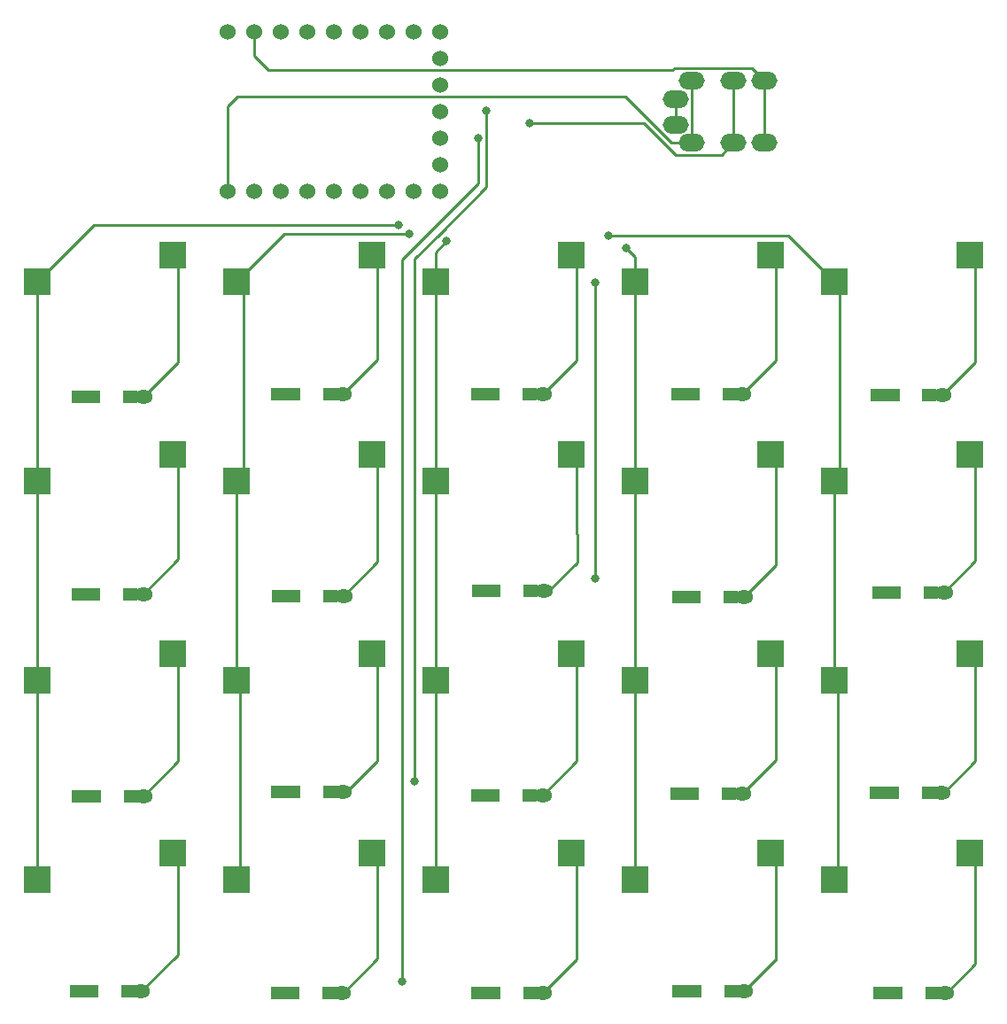
<source format=gbr>
%TF.GenerationSoftware,KiCad,Pcbnew,7.0.1-0*%
%TF.CreationDate,2023-09-06T07:02:58+09:00*%
%TF.ProjectId,jisaku20rp_right,6a697361-6b75-4323-9072-705f72696768,rev?*%
%TF.SameCoordinates,Original*%
%TF.FileFunction,Copper,L2,Bot*%
%TF.FilePolarity,Positive*%
%FSLAX46Y46*%
G04 Gerber Fmt 4.6, Leading zero omitted, Abs format (unit mm)*
G04 Created by KiCad (PCBNEW 7.0.1-0) date 2023-09-06 07:02:58*
%MOMM*%
%LPD*%
G01*
G04 APERTURE LIST*
%TA.AperFunction,ComponentPad*%
%ADD10O,2.500000X1.700000*%
%TD*%
%TA.AperFunction,SMDPad,CuDef*%
%ADD11R,2.550000X2.500000*%
%TD*%
%TA.AperFunction,ComponentPad*%
%ADD12C,1.524000*%
%TD*%
%TA.AperFunction,ComponentPad*%
%ADD13R,1.778000X1.300000*%
%TD*%
%TA.AperFunction,SMDPad,CuDef*%
%ADD14R,1.400000X1.300000*%
%TD*%
%TA.AperFunction,ComponentPad*%
%ADD15O,1.778000X1.300000*%
%TD*%
%TA.AperFunction,ViaPad*%
%ADD16C,0.800000*%
%TD*%
%TA.AperFunction,Conductor*%
%ADD17C,0.250000*%
%TD*%
G04 APERTURE END LIST*
D10*
%TO.P,J1,A*%
%TO.N,unconnected-(J1-PadA)*%
X53940000Y19990000D03*
X53940000Y17540000D03*
%TO.P,J1,B*%
%TO.N,data*%
X62440000Y21740000D03*
X62440000Y15790000D03*
%TO.P,J1,C*%
%TO.N,GND*%
X59440000Y21740000D03*
X59440000Y15790000D03*
%TO.P,J1,D*%
%TO.N,VCC*%
X55440000Y21740000D03*
X55440000Y15790000D03*
%TD*%
D11*
%TO.P,SW15,1,1*%
%TO.N,col4*%
X69115000Y-35560000D03*
%TO.P,SW15,2,2*%
%TO.N,Net-(D15-A)*%
X82042000Y-33020000D03*
%TD*%
%TO.P,SW1,1,1*%
%TO.N,col0*%
X-7085000Y2540000D03*
%TO.P,SW1,2,2*%
%TO.N,Net-(D1-A)*%
X5842000Y5080000D03*
%TD*%
%TO.P,SW14,1,1*%
%TO.N,col3*%
X50065000Y-35560000D03*
%TO.P,SW14,2,2*%
%TO.N,Net-(D14-A)*%
X62992000Y-33020000D03*
%TD*%
%TO.P,SW2,1,1*%
%TO.N,col1*%
X11965000Y2540000D03*
%TO.P,SW2,2,2*%
%TO.N,Net-(D2-A)*%
X24892000Y5080000D03*
%TD*%
%TO.P,SW17,1,1*%
%TO.N,col1*%
X11965000Y-54610000D03*
%TO.P,SW17,2,2*%
%TO.N,Net-(D17-A)*%
X24892000Y-52070000D03*
%TD*%
D12*
%TO.P,U2,0,GP0*%
%TO.N,unconnected-(U2-GP0-Pad0)*%
X11110000Y26410000D03*
%TO.P,U2,1,GP1*%
%TO.N,data*%
X13650000Y26410000D03*
%TO.P,U2,2,GP2*%
%TO.N,unconnected-(U2-GP2-Pad2)*%
X16190000Y26410000D03*
%TO.P,U2,3,GP3*%
%TO.N,unconnected-(U2-GP3-Pad3)*%
X18730000Y26410000D03*
%TO.P,U2,4,GP4*%
%TO.N,unconnected-(U2-GP4-Pad4)*%
X21270000Y26410000D03*
%TO.P,U2,5,GP5*%
%TO.N,unconnected-(U2-GP5-Pad5)*%
X23810000Y26410000D03*
%TO.P,U2,6,GP6*%
%TO.N,unconnected-(U2-GP6-Pad6)*%
X26350000Y26410000D03*
%TO.P,U2,7,GP7*%
%TO.N,col4*%
X28890000Y26410000D03*
%TO.P,U2,8,GP8*%
%TO.N,col3*%
X31430000Y26410000D03*
%TO.P,U2,9,GP9*%
%TO.N,row0*%
X31430000Y23870000D03*
%TO.P,U2,10,GP10*%
%TO.N,row1*%
X31430000Y21330000D03*
%TO.P,U2,11,GP11*%
%TO.N,row2*%
X31430000Y18790000D03*
%TO.P,U2,12,GP12*%
%TO.N,row3*%
X31430000Y16250000D03*
%TO.P,U2,13,GP13*%
%TO.N,col2*%
X31430000Y13710000D03*
%TO.P,U2,14,GP14*%
%TO.N,col1*%
X31430000Y11170000D03*
%TO.P,U2,15,GP15*%
%TO.N,col0*%
X28890000Y11170000D03*
%TO.P,U2,26,GP26*%
%TO.N,unconnected-(U2-GP26-Pad26)*%
X26350000Y11170000D03*
%TO.P,U2,27,GP27*%
%TO.N,unconnected-(U2-GP27-Pad27)*%
X23810000Y11170000D03*
%TO.P,U2,28,GP28*%
%TO.N,unconnected-(U2-GP28-Pad28)*%
X21270000Y11170000D03*
%TO.P,U2,29,GP29*%
%TO.N,unconnected-(U2-GP29-Pad29)*%
X18730000Y11170000D03*
%TO.P,U2,30,3V3*%
%TO.N,unconnected-(U2-3V3-Pad30)*%
X16190000Y11170000D03*
%TO.P,U2,31,GND*%
%TO.N,GND*%
X13650000Y11170000D03*
%TO.P,U2,32,5V*%
%TO.N,VCC*%
X11110000Y11170000D03*
%TD*%
D11*
%TO.P,SW5,1,1*%
%TO.N,col4*%
X69115000Y2540000D03*
%TO.P,SW5,2,2*%
%TO.N,Net-(D5-A)*%
X82042000Y5080000D03*
%TD*%
%TO.P,SW7,1,1*%
%TO.N,col1*%
X11965000Y-16510000D03*
%TO.P,SW7,2,2*%
%TO.N,Net-(D7-A)*%
X24892000Y-13970000D03*
%TD*%
%TO.P,SW20,1,1*%
%TO.N,col4*%
X69115000Y-54610000D03*
%TO.P,SW20,2,2*%
%TO.N,Net-(D20-A)*%
X82042000Y-52070000D03*
%TD*%
%TO.P,SW8,1,1*%
%TO.N,col2*%
X31015000Y-16510000D03*
%TO.P,SW8,2,2*%
%TO.N,Net-(D8-A)*%
X43942000Y-13970000D03*
%TD*%
%TO.P,SW10,1,1*%
%TO.N,col4*%
X69115000Y-16510000D03*
%TO.P,SW10,2,2*%
%TO.N,Net-(D10-A)*%
X82042000Y-13970000D03*
%TD*%
%TO.P,SW3,1,1*%
%TO.N,col2*%
X31015000Y2540000D03*
%TO.P,SW3,2,2*%
%TO.N,Net-(D3-A)*%
X43942000Y5080000D03*
%TD*%
%TO.P,SW16,1,1*%
%TO.N,col0*%
X-7085000Y-54610000D03*
%TO.P,SW16,2,2*%
%TO.N,Net-(D16-A)*%
X5842000Y-52070000D03*
%TD*%
%TO.P,SW18,1,1*%
%TO.N,col2*%
X31015000Y-54610000D03*
%TO.P,SW18,2,2*%
%TO.N,Net-(D18-A)*%
X43942000Y-52070000D03*
%TD*%
%TO.P,SW12,1,1*%
%TO.N,col1*%
X11965000Y-35560000D03*
%TO.P,SW12,2,2*%
%TO.N,Net-(D12-A)*%
X24892000Y-33020000D03*
%TD*%
%TO.P,SW9,1,1*%
%TO.N,col3*%
X50065000Y-16510000D03*
%TO.P,SW9,2,2*%
%TO.N,Net-(D9-A)*%
X62992000Y-13970000D03*
%TD*%
%TO.P,SW11,1,1*%
%TO.N,col0*%
X-7085000Y-35560000D03*
%TO.P,SW11,2,2*%
%TO.N,Net-(D11-A)*%
X5842000Y-33020000D03*
%TD*%
%TO.P,SW6,1,1*%
%TO.N,col0*%
X-7085000Y-16510000D03*
%TO.P,SW6,2,2*%
%TO.N,Net-(D6-A)*%
X5842000Y-13970000D03*
%TD*%
%TO.P,SW4,1,1*%
%TO.N,col3*%
X50065000Y2540000D03*
%TO.P,SW4,2,2*%
%TO.N,Net-(D4-A)*%
X62992000Y5080000D03*
%TD*%
%TO.P,SW13,1,1*%
%TO.N,col2*%
X31015000Y-35560000D03*
%TO.P,SW13,2,2*%
%TO.N,Net-(D13-A)*%
X43942000Y-33020000D03*
%TD*%
%TO.P,SW19,1,1*%
%TO.N,col3*%
X50065000Y-54610000D03*
%TO.P,SW19,2,2*%
%TO.N,Net-(D19-A)*%
X62992000Y-52070000D03*
%TD*%
D13*
%TO.P,D15,1,K*%
%TO.N,row2*%
X73360000Y-46332500D03*
D14*
X74585000Y-46332500D03*
%TO.P,D15,2,A*%
%TO.N,Net-(D15-A)*%
X78135000Y-46332500D03*
D15*
X79360000Y-46332500D03*
%TD*%
D13*
%TO.P,D11,1,K*%
%TO.N,row2*%
X-2930000Y-46640000D03*
D14*
X-1705000Y-46640000D03*
%TO.P,D11,2,A*%
%TO.N,Net-(D11-A)*%
X1845000Y-46640000D03*
D15*
X3070000Y-46640000D03*
%TD*%
D13*
%TO.P,D4,1,K*%
%TO.N,row0*%
X54330000Y-8240000D03*
D14*
X55555000Y-8240000D03*
%TO.P,D4,2,A*%
%TO.N,Net-(D4-A)*%
X59105000Y-8240000D03*
D15*
X60330000Y-8240000D03*
%TD*%
D13*
%TO.P,D6,1,K*%
%TO.N,row1*%
X-2950000Y-27340000D03*
D14*
X-1725000Y-27340000D03*
%TO.P,D6,2,A*%
%TO.N,Net-(D6-A)*%
X1825000Y-27340000D03*
D15*
X3050000Y-27340000D03*
%TD*%
D13*
%TO.P,D9,1,K*%
%TO.N,row1*%
X54440000Y-27630000D03*
D14*
X55665000Y-27630000D03*
%TO.P,D9,2,A*%
%TO.N,Net-(D9-A)*%
X59215000Y-27630000D03*
D15*
X60440000Y-27630000D03*
%TD*%
D13*
%TO.P,D8,1,K*%
%TO.N,row1*%
X35310000Y-27050000D03*
D14*
X36535000Y-27050000D03*
%TO.P,D8,2,A*%
%TO.N,Net-(D8-A)*%
X40085000Y-27050000D03*
D15*
X41310000Y-27050000D03*
%TD*%
D13*
%TO.P,D20,1,K*%
%TO.N,row3*%
X73695000Y-65430000D03*
D14*
X74920000Y-65430000D03*
%TO.P,D20,2,A*%
%TO.N,Net-(D20-A)*%
X78470000Y-65430000D03*
D15*
X79695000Y-65430000D03*
%TD*%
D13*
%TO.P,D17,1,K*%
%TO.N,row3*%
X16061250Y-65430000D03*
D14*
X17286250Y-65430000D03*
%TO.P,D17,2,A*%
%TO.N,Net-(D17-A)*%
X20836250Y-65430000D03*
D15*
X22061250Y-65430000D03*
%TD*%
D13*
%TO.P,D12,1,K*%
%TO.N,row2*%
X16142500Y-46230000D03*
D14*
X17367500Y-46230000D03*
%TO.P,D12,2,A*%
%TO.N,Net-(D12-A)*%
X20917500Y-46230000D03*
D15*
X22142500Y-46230000D03*
%TD*%
D13*
%TO.P,D10,1,K*%
%TO.N,row1*%
X73570000Y-27195000D03*
D14*
X74795000Y-27195000D03*
%TO.P,D10,2,A*%
%TO.N,Net-(D10-A)*%
X78345000Y-27195000D03*
D15*
X79570000Y-27195000D03*
%TD*%
D13*
%TO.P,D5,1,K*%
%TO.N,row0*%
X73430000Y-8300000D03*
D14*
X74655000Y-8300000D03*
%TO.P,D5,2,A*%
%TO.N,Net-(D5-A)*%
X78205000Y-8300000D03*
D15*
X79430000Y-8300000D03*
%TD*%
D13*
%TO.P,D13,1,K*%
%TO.N,row2*%
X35215000Y-46537500D03*
D14*
X36440000Y-46537500D03*
%TO.P,D13,2,A*%
%TO.N,Net-(D13-A)*%
X39990000Y-46537500D03*
D15*
X41215000Y-46537500D03*
%TD*%
D13*
%TO.P,D1,1,K*%
%TO.N,row0*%
X-2970000Y-8510000D03*
D14*
X-1745000Y-8510000D03*
%TO.P,D1,2,A*%
%TO.N,Net-(D1-A)*%
X1805000Y-8510000D03*
D15*
X3030000Y-8510000D03*
%TD*%
D13*
%TO.P,D14,1,K*%
%TO.N,row2*%
X54287500Y-46435000D03*
D14*
X55512500Y-46435000D03*
%TO.P,D14,2,A*%
%TO.N,Net-(D14-A)*%
X59062500Y-46435000D03*
D15*
X60287500Y-46435000D03*
%TD*%
D13*
%TO.P,D7,1,K*%
%TO.N,row1*%
X16180000Y-27485000D03*
D14*
X17405000Y-27485000D03*
%TO.P,D7,2,A*%
%TO.N,Net-(D7-A)*%
X20955000Y-27485000D03*
D15*
X22180000Y-27485000D03*
%TD*%
D13*
%TO.P,D3,1,K*%
%TO.N,row0*%
X35230000Y-8240000D03*
D14*
X36455000Y-8240000D03*
%TO.P,D3,2,A*%
%TO.N,Net-(D3-A)*%
X40005000Y-8240000D03*
D15*
X41230000Y-8240000D03*
%TD*%
D13*
%TO.P,D19,1,K*%
%TO.N,row3*%
X54483750Y-65300000D03*
D14*
X55708750Y-65300000D03*
%TO.P,D19,2,A*%
%TO.N,Net-(D19-A)*%
X59258750Y-65300000D03*
D15*
X60483750Y-65300000D03*
%TD*%
D13*
%TO.P,D18,1,K*%
%TO.N,row3*%
X35272500Y-65430000D03*
D14*
X36497500Y-65430000D03*
%TO.P,D18,2,A*%
%TO.N,Net-(D18-A)*%
X40047500Y-65430000D03*
D15*
X41272500Y-65430000D03*
%TD*%
D13*
%TO.P,D16,1,K*%
%TO.N,row3*%
X-3150000Y-65300000D03*
D14*
X-1925000Y-65300000D03*
%TO.P,D16,2,A*%
%TO.N,Net-(D16-A)*%
X1625000Y-65300000D03*
D15*
X2850000Y-65300000D03*
%TD*%
D13*
%TO.P,D2,1,K*%
%TO.N,row0*%
X16130000Y-8240000D03*
D14*
X17355000Y-8240000D03*
%TO.P,D2,2,A*%
%TO.N,Net-(D2-A)*%
X20905000Y-8240000D03*
D15*
X22130000Y-8240000D03*
%TD*%
D16*
%TO.N,row1*%
X46220000Y2490000D03*
X46220000Y-25840000D03*
%TO.N,row2*%
X28980000Y-45255000D03*
X35860000Y18850000D03*
%TO.N,row3*%
X27810000Y-64320000D03*
X35080000Y16280000D03*
%TO.N,col0*%
X27460000Y7960000D03*
%TO.N,col1*%
X28480000Y7140000D03*
%TO.N,col2*%
X32050000Y6410000D03*
%TO.N,col3*%
X49220000Y5790000D03*
%TO.N,col4*%
X47520000Y6950000D03*
%TO.N,GND*%
X39970000Y17700000D03*
%TD*%
D17*
%TO.N,Net-(D1-A)*%
X5842000Y5080000D02*
X6405000Y4517000D01*
X6405000Y4517000D02*
X6405000Y-5135000D01*
X6405000Y-5135000D02*
X3030000Y-8510000D01*
%TO.N,Net-(D2-A)*%
X25455000Y-4915000D02*
X22130000Y-8240000D01*
X24892000Y5080000D02*
X25455000Y4517000D01*
X25455000Y4517000D02*
X25455000Y-4915000D01*
%TO.N,Net-(D3-A)*%
X43942000Y5080000D02*
X44505000Y4517000D01*
X44505000Y4517000D02*
X44505000Y-4965000D01*
X44505000Y-4965000D02*
X41230000Y-8240000D01*
%TO.N,Net-(D4-A)*%
X63555000Y-5015000D02*
X60330000Y-8240000D01*
X63555000Y4517000D02*
X63555000Y-5015000D01*
X62992000Y5080000D02*
X63555000Y4517000D01*
%TO.N,Net-(D5-A)*%
X82042000Y5080000D02*
X82605000Y4517000D01*
X82605000Y4517000D02*
X82605000Y-5125000D01*
X82605000Y-5125000D02*
X79430000Y-8300000D01*
%TO.N,row1*%
X46220000Y2490000D02*
X46220000Y-25840000D01*
%TO.N,Net-(D6-A)*%
X6405000Y-14533000D02*
X6405000Y-23985000D01*
X6405000Y-23985000D02*
X3050000Y-27340000D01*
X5842000Y-13970000D02*
X6405000Y-14533000D01*
%TO.N,Net-(D7-A)*%
X22180000Y-27485000D02*
X25455000Y-24210000D01*
X25455000Y-14533000D02*
X24892000Y-13970000D01*
X25455000Y-24210000D02*
X25455000Y-14533000D01*
%TO.N,Net-(D8-A)*%
X44520000Y-21590000D02*
X44520000Y-24260000D01*
X44505000Y-21575000D02*
X44520000Y-21590000D01*
X44505000Y-14533000D02*
X44505000Y-21575000D01*
X41730000Y-27050000D02*
X41310000Y-27050000D01*
X43942000Y-13970000D02*
X44505000Y-14533000D01*
X44520000Y-24260000D02*
X41730000Y-27050000D01*
%TO.N,Net-(D9-A)*%
X63555000Y-24515000D02*
X60440000Y-27630000D01*
X62992000Y-13970000D02*
X63555000Y-14533000D01*
X63555000Y-14533000D02*
X63555000Y-24515000D01*
%TO.N,Net-(D10-A)*%
X82605000Y-14533000D02*
X82605000Y-24160000D01*
X82042000Y-13970000D02*
X82605000Y-14533000D01*
X82605000Y-24160000D02*
X79570000Y-27195000D01*
%TO.N,row2*%
X31385000Y7135000D02*
X31415000Y7135000D01*
X28970000Y4720000D02*
X31385000Y7135000D01*
X28970000Y-45245000D02*
X28980000Y-45255000D01*
X31415000Y7135000D02*
X35860000Y11580000D01*
X35860000Y11580000D02*
X35860000Y18850000D01*
X28970000Y4720000D02*
X28970000Y-45245000D01*
%TO.N,Net-(D11-A)*%
X6405000Y-43305000D02*
X6405000Y-33583000D01*
X6405000Y-33583000D02*
X5842000Y-33020000D01*
X3070000Y-46640000D02*
X6405000Y-43305000D01*
%TO.N,row3*%
X27820000Y4640000D02*
X35080000Y11900000D01*
X35080000Y11900000D02*
X35080000Y16280000D01*
X27820000Y4640000D02*
X27820000Y-64310000D01*
X27820000Y-64310000D02*
X27810000Y-64320000D01*
%TO.N,Net-(D12-A)*%
X22450000Y-46230000D02*
X22142500Y-46230000D01*
X24892000Y-33020000D02*
X25455000Y-33583000D01*
X25455000Y-43225000D02*
X22450000Y-46230000D01*
X25455000Y-33583000D02*
X25455000Y-43225000D01*
%TO.N,Net-(D13-A)*%
X44505000Y-43247500D02*
X41215000Y-46537500D01*
X44505000Y-33583000D02*
X44505000Y-43247500D01*
X43942000Y-33020000D02*
X44505000Y-33583000D01*
%TO.N,Net-(D14-A)*%
X63555000Y-33583000D02*
X63555000Y-43167500D01*
X62992000Y-33020000D02*
X63555000Y-33583000D01*
X63555000Y-43167500D02*
X60287500Y-46435000D01*
%TO.N,Net-(D15-A)*%
X79567500Y-46332500D02*
X79360000Y-46332500D01*
X82042000Y-33020000D02*
X82605000Y-33583000D01*
X82605000Y-33583000D02*
X82605000Y-43295000D01*
X82605000Y-43295000D02*
X79567500Y-46332500D01*
%TO.N,Net-(D16-A)*%
X6370000Y-61780000D02*
X6370000Y-60520000D01*
X2850000Y-65300000D02*
X6370000Y-61780000D01*
X6370000Y-60520000D02*
X6405000Y-60485000D01*
X6405000Y-52633000D02*
X5842000Y-52070000D01*
X6405000Y-60485000D02*
X6405000Y-52633000D01*
%TO.N,Net-(D17-A)*%
X25455000Y-62185000D02*
X22210000Y-65430000D01*
X24892000Y-52070000D02*
X25455000Y-52633000D01*
X22210000Y-65430000D02*
X22061250Y-65430000D01*
X25455000Y-52633000D02*
X25455000Y-62185000D01*
%TO.N,Net-(D18-A)*%
X44505000Y-62197500D02*
X44505000Y-52633000D01*
X44505000Y-52633000D02*
X43942000Y-52070000D01*
X41272500Y-65430000D02*
X44505000Y-62197500D01*
%TO.N,Net-(D19-A)*%
X63555000Y-52633000D02*
X63555000Y-62315000D01*
X62992000Y-52070000D02*
X63555000Y-52633000D01*
X63555000Y-62315000D02*
X63468750Y-62315000D01*
X63468750Y-62315000D02*
X60483750Y-65300000D01*
%TO.N,Net-(D20-A)*%
X82605000Y-52633000D02*
X82605000Y-62655000D01*
X82042000Y-52070000D02*
X82605000Y-52633000D01*
X82605000Y-62655000D02*
X79830000Y-65430000D01*
X79830000Y-65430000D02*
X79695000Y-65430000D01*
%TO.N,col0*%
X-1657500Y7967500D02*
X-7085000Y2540000D01*
X-1657500Y7967500D02*
X27452500Y7967500D01*
X-7085000Y-35560000D02*
X-7085000Y-54610000D01*
X-7085000Y-16510000D02*
X-7085000Y-35560000D01*
X27452500Y7967500D02*
X27460000Y7960000D01*
X-7085000Y2540000D02*
X-7085000Y-16510000D01*
%TO.N,col1*%
X12645000Y-15830000D02*
X12645000Y1860000D01*
X12310000Y-35905000D02*
X11965000Y-35560000D01*
X11965000Y-54610000D02*
X12310000Y-54265000D01*
X11965000Y-35560000D02*
X11965000Y-16510000D01*
X16565000Y7140000D02*
X11965000Y2540000D01*
X12310000Y-54265000D02*
X12310000Y-35905000D01*
X28480000Y7140000D02*
X16565000Y7140000D01*
X12645000Y1860000D02*
X11965000Y2540000D01*
X11965000Y-16510000D02*
X12645000Y-15830000D01*
%TO.N,col2*%
X31015000Y-16510000D02*
X31015000Y-35560000D01*
X31015000Y2540000D02*
X31015000Y-16510000D01*
X31015000Y-54610000D02*
X31015000Y-35560000D01*
X32050000Y6410000D02*
X31015000Y5375000D01*
X31015000Y5375000D02*
X31015000Y2540000D01*
%TO.N,col3*%
X50065000Y-35560000D02*
X50065000Y-16510000D01*
X50065000Y-54610000D02*
X50065000Y-35560000D01*
X50065000Y4945000D02*
X49220000Y5790000D01*
X50065000Y-16510000D02*
X50065000Y2540000D01*
X50065000Y2540000D02*
X50065000Y4945000D01*
%TO.N,col4*%
X69115000Y-35560000D02*
X69400000Y-35845000D01*
X64700000Y6955000D02*
X69115000Y2540000D01*
X69580000Y-16045000D02*
X69115000Y-16510000D01*
X69400000Y-35845000D02*
X69400000Y-54325000D01*
X49855000Y6950000D02*
X49860000Y6955000D01*
X47520000Y6950000D02*
X49855000Y6950000D01*
X69115000Y-16510000D02*
X69115000Y-35560000D01*
X49860000Y6955000D02*
X64700000Y6955000D01*
X49410000Y6955000D02*
X49860000Y6955000D01*
X69115000Y2540000D02*
X69580000Y2075000D01*
X69400000Y-54325000D02*
X69115000Y-54610000D01*
X69580000Y2075000D02*
X69580000Y-16045000D01*
%TO.N,GND*%
X58315000Y14665000D02*
X59440000Y15790000D01*
X39970000Y17700000D02*
X50920000Y17700000D01*
X50920000Y17700000D02*
X53955000Y14665000D01*
X59440000Y21740000D02*
X59440000Y15790000D01*
X53955000Y14665000D02*
X58315000Y14665000D01*
%TO.N,data*%
X13650000Y24140000D02*
X13650000Y26410000D01*
X62440000Y21740000D02*
X61265000Y22915000D01*
X53805000Y22915000D02*
X53673000Y22783000D01*
X61265000Y22915000D02*
X53805000Y22915000D01*
X62440000Y21740000D02*
X62440000Y15790000D01*
X53673000Y22783000D02*
X15007000Y22783000D01*
X15007000Y22783000D02*
X13650000Y24140000D01*
%TO.N,VCC*%
X55440000Y21740000D02*
X55465000Y21715000D01*
X55465000Y15815000D02*
X55440000Y15790000D01*
X55440000Y15790000D02*
X53550000Y15790000D01*
X12063000Y20243000D02*
X11110000Y19290000D01*
X49097000Y20243000D02*
X12063000Y20243000D01*
X55465000Y21715000D02*
X55465000Y15815000D01*
X11110000Y19290000D02*
X11110000Y11170000D01*
X53550000Y15790000D02*
X49097000Y20243000D01*
%TO.N,unconnected-(J1-PadA)*%
X53940000Y19990000D02*
X53940000Y17540000D01*
%TD*%
M02*

</source>
